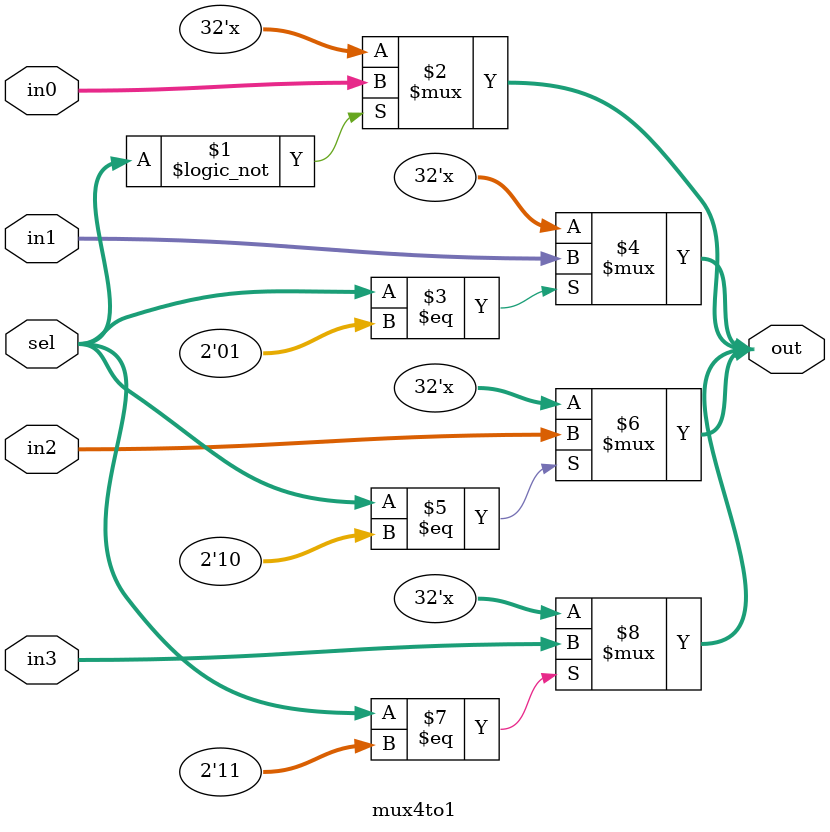
<source format=v>
module mux4to1 #(parameter w = 32) (in0, in1, in2, in3, sel, out);
  input [w-1 : 0] in0;
  wire [w-1 : 0] in0;
  input [w-1 : 0] in1;
  wire [w-1 : 0] in1;
  input [w-1 : 0] in2;
  wire [w-1 : 0] in2;
  input [w-1 : 0] in3;
  wire [w-1 : 0] in3;
  input [1 : 0] sel;
  wire [1 : 0] sel;
  output [w-1 : 0] out;
  wire [w-1 : 0] out;
  
  assign out = (sel == 2'b00 ? in0 : {w{1'bz}});
  assign out = (sel == 2'b01 ? in1 : {w{1'bz}});
  assign out = (sel == 2'b10 ? in2 : {w{1'bz}});
  assign out = (sel == 2'b11 ? in3 : {w{1'bz}});
  
endmodule
</source>
